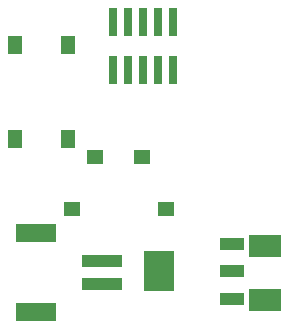
<source format=gbp>
%FSTAX23Y23*%
%MOIN*%
%SFA1B1*%

%IPPOS*%
%ADD74R,0.098430X0.137800*%
%ADD75R,0.078740X0.039370*%
%ADD76R,0.051180X0.061020*%
%ADD77R,0.031500X0.094490*%
%ADD78R,0.106300X0.074800*%
%ADD79R,0.055120X0.047240*%
%ADD80R,0.137800X0.043310*%
%ADD81R,0.133860X0.059060*%
%LNheadset-pcb-1*%
%LPD*%
G54D74*
X0052Y00639D03*
G54D75*
X00765Y00548D03*
Y00639D03*
Y0073D03*
G54D76*
X0004Y01393D03*
X00217D03*
Y0108D03*
X0004D03*
G54D77*
X00569Y01312D03*
Y01472D03*
X00519Y0131D03*
Y01472D03*
X00469Y01312D03*
Y01472D03*
X00419Y01312D03*
Y01472D03*
X00369Y01312D03*
Y01472D03*
G54D78*
X00874Y00725D03*
Y00543D03*
G54D79*
X0023Y00848D03*
X00309Y01021D03*
X00466D03*
X00545Y00848D03*
G54D80*
X0033Y00675D03*
Y00596D03*
G54D81*
X00111Y00767D03*
Y00503D03*
M02*
</source>
